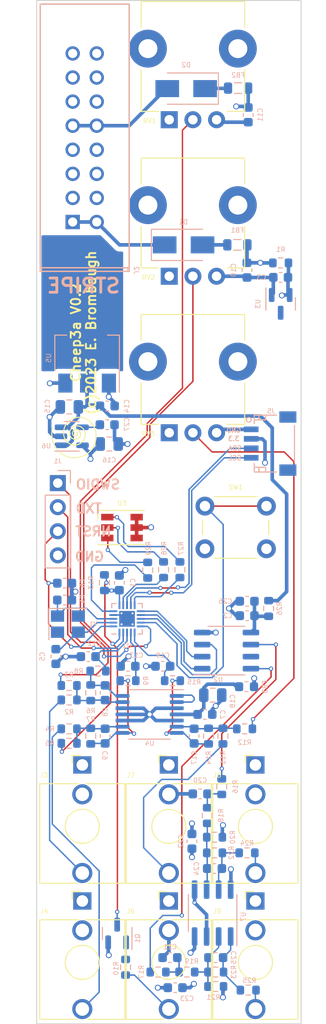
<source format=kicad_pcb>
(kicad_pcb (version 20211014) (generator pcbnew)
  (layers (0 "F.Cu" signal) (1 "In1.Cu" signal) (2 "In2.Cu" signal) (31 "B.Cu" signal) (34 "B.Paste" user) (35 "F.Paste" user) (36 "B.SilkS" user "B.Silkscreen") (37 "F.SilkS" user "F.Silkscreen") (38 "B.Mask" user) (39 "F.Mask" user) (44 "Edge.Cuts" user))
  (net 0 "")
  (net 1 "+3.3V")
  (net 2 "GND")
  (net 3 "Net-(C2-Pad1)")
  (net 4 "-5VA")
  (net 5 "/OSCO")
  (net 6 "/OSCI")
  (net 7 "/NRST")
  (net 8 "+3.3VA")
  (net 9 "Net-(C8-Pad1)")
  (net 10 "Net-(C8-Pad2)")
  (net 11 "Net-(C9-Pad1)")
  (net 12 "Net-(C9-Pad2)")
  (net 13 "-12V")
  (net 14 "+12V")
  (net 15 "/CV1")
  (net 16 "/CV2")
  (net 17 "+5V")
  (net 18 "Net-(C17-Pad1)")
  (net 19 "Net-(C17-Pad2)")
  (net 20 "/CV3")
  (net 21 "Net-(C20-Pad1)")
  (net 22 "Net-(C21-Pad1)")
  (net 23 "Net-(C24-Pad1)")
  (net 24 "Net-(C24-Pad2)")
  (net 25 "Net-(C25-Pad1)")
  (net 26 "Net-(C25-Pad2)")
  (net 27 "Net-(D1-Pad1)")
  (net 28 "Net-(D1-Pad2)")
  (net 29 "Net-(D2-Pad1)")
  (net 30 "Net-(D2-Pad2)")
  (net 31 "/SWDIO")
  (net 32 "/TXD")
  (net 39 "Net-(J3-PadT)")
  (net 40 "Net-(J4-PadT)")
  (net 41 "/PD0")
  (net 42 "/PC0")
  (net 43 "Net-(J6-PadT)")
  (net 44 "Net-(J7-PadT)")
  (net 46 "Net-(J8-PadT)")
  (net 48 "Net-(J9-PadT)")
  (net 49 "Net-(Q1-Pad1)")
  (net 50 "/SYNC")
  (net 51 "Net-(R3-Pad2)")
  (net 52 "Net-(R5-Pad2)")
  (net 53 "Net-(R12-Pad2)")
  (net 54 "/OUT_L")
  (net 55 "/OUT_R")
  (net 56 "Net-(C27-Pad1)")
  (net 58 "Net-(U4-Pad1)")
  (net 59 "Net-(D3-Pad1)")
  (net 60 "Net-(D3-Pad2)")
  (net 61 "Net-(D3-Pad3)")
  (net 62 "/PC3")
  (net 63 "/SDA")
  (net 64 "/SCL")
  (net 65 "Net-(U1-Pad11)")
  (net 66 "Net-(U1-Pad12)")
  (net 67 "Net-(U1-Pad13)")
  (net 68 "Net-(SW1-Pad1)")
  (footprint "Button_Switch_THT:SW_PUSH_6mm" (layer "F.Cu") (at 119.38 97.79)
    (fp_text reference "SW1")
    (fp_text value "SW_Push")
  )
  (footprint "emeb_library:Jack_3.5mm_QingPu_WQP-PJ398SM_Vertical_CircularHoles" (layer "F.Cu") (at 115.57 131.572)
    (fp_text reference "J7")
    (fp_text value "AudioJack2_SwitchT")
  )
  (footprint "LED_SMD:LED_RGB_PLCC-6" (layer "F.Cu") (at 110.617 100.0506)
    (fp_text reference "D3")
    (fp_text value "CLX6F-FKC")
  )
  (footprint "emeb_library:Jack_3.5mm_QingPu_WQP-PJ398SM_Vertical_CircularHoles" (layer "F.Cu") (at 124.714 145.923)
    (fp_text reference "J9")
    (fp_text value "AudioJack2_SwitchT")
  )
  (footprint "emeb_library:Potentiometer_TT_P0915N" (layer "F.Cu") (at 118.11 66.04)
    (fp_text reference "RV2")
    (fp_text value "10k")
  )
  (footprint "emeb_library:Potentiometer_TT_P0915N" (layer "F.Cu") (at 118.11 49.53)
    (fp_text reference "RV1")
    (fp_text value "10k")
  )
  (footprint "emeb_library:Jack_3.5mm_QingPu_WQP-PJ398SM_Vertical_CircularHoles" (layer "F.Cu") (at 124.714 131.572)
    (fp_text reference "J8")
    (fp_text value "AudioJack2_SwitchT")
  )
  (footprint "emeb_library:Jack_3.5mm_QingPu_WQP-PJ398SM_Vertical_CircularHoles" (layer "F.Cu") (at 106.426 145.923)
    (fp_text reference "J4")
    (fp_text value "AudioJack2_SwitchT")
  )
  (footprint "emeb_library:Jack_3.5mm_QingPu_WQP-PJ398SM_Vertical_CircularHoles" (layer "F.Cu") (at 106.426 131.572)
    (fp_text reference "J3")
    (fp_text value "AudioJack2_SwitchT")
  )
  (footprint "emeb_library:avatar_small" (layer "F.Cu") (at 106.488757 89.584829 90)
    (fp_text reference "Ref**" hide)
    (fp_text value "Val**" hide)
  )
  (footprint "emeb_library:Jack_3.5mm_QingPu_WQP-PJ398SM_Vertical_CircularHoles" (layer "F.Cu") (at 115.57 145.923)
    (fp_text reference "J6")
    (fp_text value "AudioJack2_SwitchT")
  )
  (footprint "emeb_library:Potentiometer_TT_P0915N" (layer "F.Cu") (at 118.11 82.55)
    (fp_text reference "RV3")
    (fp_text value "10k")
  )
  (footprint "Package_TO_SOT_SMD:SOT-223-3_TabPin2" (layer "B.Cu") (at 106.934 81.661 90)
    (fp_text reference "U5")
    (fp_text value "ME6118A50B3G")
  )
  (footprint "Capacitor_SMD:C_0603_1608Metric" (layer "B.Cu") (at 107.048 113.665 180)
    (fp_text reference "C12")
    (fp_text value "0.1uf")
  )
  (footprint "Capacitor_SMD:C_0603_1608Metric" (layer "B.Cu") (at 123.838 107.823 180)
    (fp_text reference "C26")
    (fp_text value "1uf")
  )
  (footprint "Resistor_SMD:R_0603_1608Metric" (layer "B.Cu") (at 116.7384 104.4956 -90)
    (fp_text reference "R27")
    (fp_text value "1k")
  )
  (footprint "Resistor_SMD:R_0603_1608Metric" (layer "B.Cu") (at 105.029 122.809 180)
    (fp_text reference "R5")
    (fp_text value "49.9k")
  )
  (footprint "Resistor_SMD:R_0603_1608Metric" (layer "B.Cu") (at 108.077 115.189 180)
    (fp_text reference "R8")
    (fp_text value "180")
  )
  (footprint "emeb_library:con16_2X8_S4_TEC" (layer "B.Cu") (at 105.41 67.818 90)
    (fp_text reference "J2")
    (fp_text value "Conn_02x08_Odd_Even")
  )
  (footprint "Resistor_SMD:R_0603_1608Metric" (layer "B.Cu") (at 120.396 134.366 180)
    (fp_text reference "R22")
    (fp_text value "100k")
  )
  (footprint "Resistor_SMD:R_0603_1608Metric" (layer "B.Cu") (at 123.571 121.285)
    (fp_text reference "R12")
    (fp_text value "49.9k")
  )
  (footprint "Resistor_SMD:R_0603_1608Metric" (layer "B.Cu") (at 114.427 146.939 180)
    (fp_text reference "R17")
    (fp_text value "12.5k")
  )
  (footprint "emeb_library:JST_SH_SM04B-SRSS-TB_04x1.00mm_Angled" (layer "B.Cu") (at 126.2055 91.192 -90)
    (fp_text reference "J5")
    (fp_text value "JST SH-4 (Qwiic)")
  )
  (footprint "Diode_SMD:D_SMA" (layer "B.Cu") (at 117.126 70.231)
    (fp_text reference "D1")
    (fp_text value "SS14")
  )
  (footprint "Capacitor_SMD:C_0603_1608Metric" (layer "B.Cu") (at 118.237 122.047 90)
    (fp_text reference "C17")
    (fp_text value "330pf")
  )
  (footprint "Package_DFN_QFN:QFN-20-1EP_3x3mm_P0.4mm_EP1.65x1.65mm_ThermalVias" (layer "B.Cu") (at 111.1504 109.6772)
    (fp_text reference "U1")
    (fp_text value "CH32V003F4U6")
  )
  (footprint "Capacitor_SMD:C_0805_2012Metric" (layer "B.Cu") (at 120.208 117.729)
    (fp_text reference "C18")
    (fp_text value "10uf")
  )
  (footprint "Capacitor_SMD:C_0603_1608Metric" (layer "B.Cu") (at 115.684 145.415 180)
    (fp_text reference "C21")
    (fp_text value "3.3nf")
  )
  (footprint "Package_TO_SOT_SMD:SOT-23" (layer "B.Cu") (at 127.381 76.454 -90)
    (fp_text reference "U3")
    (fp_text value "LM4040C50FTA")
  )
  (footprint "Package_TO_SOT_SMD:SOT-23" (layer "B.Cu") (at 110.109 142.875 90)
    (fp_text reference "Q1")
    (fp_text value "MMBT3904")
  )
  (footprint "Resistor_SMD:R_0603_1608Metric" (layer "B.Cu") (at 123.825 134.366 180)
    (fp_text reference "R24")
    (fp_text value "100")
  )
  (footprint "Resistor_SMD:R_0603_1608Metric" (layer "B.Cu") (at 107.315 122.047 90)
    (fp_text reference "R7")
    (fp_text value "33k")
  )
  (footprint "Capacitor_SMD:C_0603_1608Metric" (layer "B.Cu") (at 108.839 122.047 90)
    (fp_text reference "C9")
    (fp_text value "330pf")
  )
  (footprint "Inductor_SMD:L_0805_2012Metric" (layer "B.Cu") (at 122.809 70.231 180)
    (fp_text reference "FB1")
    (fp_text value "GZ2012D601TF")
  )
  (footprint "Resistor_SMD:R_0603_1608Metric" (layer "B.Cu") (at 119.634 130.429 90)
    (fp_text reference "R18")
    (fp_text value "12.5k")
  )
  (footprint "Capacitor_SMD:C_0603_1608Metric" (layer "B.Cu") (at 103.632 113.652 -90)
    (fp_text reference "C5")
    (fp_text value "27pf")
  )
  (footprint "Connector_PinHeader_2.54mm:PinHeader_1x04_P2.54mm_Vertical" (layer "B.Cu") (at 103.8352 95.3616 180)
    (fp_text reference "J1")
    (fp_text value "PROGRAM")
  )
  (footprint "Package_SO:TSSOP-14_4.4x5mm_P0.65mm" (layer "B.Cu") (at 113.538 119.761 180)
    (fp_text reference "U4")
    (fp_text value "MCP6004-I/ST")
  )
  (footprint "Capacitor_SMD:C_0603_1608Metric" (layer "B.Cu") (at 127.381 73.66 180)
    (fp_text reference "C3")
    (fp_text value "0.1uf")
  )
  (footprint "Capacitor_SMD:C_0603_1608Metric" (layer "B.Cu") (at 123.838 109.347 180)
    (fp_text reference "C2")
    (fp_text value "0.1uf")
  )
  (footprint "Resistor_SMD:R_0603_1608Metric" (layer "B.Cu") (at 120.523 146.939 180)
    (fp_text reference "R23")
    (fp_text value "100k")
  )
  (footprint "Resistor_SMD:R_0603_1608Metric" (layer "B.Cu") (at 121.285 122.047 -90)
    (fp_text reference "R11")
    (fp_text value "100k")
  )
  (footprint "Capacitor_SMD:C_0805_2012Metric" (layer "B.Cu") (at 105.0544 87.3252 180)
    (fp_text reference "C15")
    (fp_text value "10uf")
  )
  (footprint "Resistor_SMD:R_0603_1608Metric" (layer "B.Cu") (at 127.381 72.136 180)
    (fp_text reference "R1")
    (fp_text value "1.5k")
  )
  (footprint "Inductor_SMD:L_0603_1608Metric" (layer "B.Cu") (at 123.7785 116.84)
    (fp_text reference "FB3")
    (fp_text value "GZ1608D222TF")
  )
  (footprint "Capacitor_SMD:C_0603_1608Metric" (layer "B.Cu") (at 118.872 128.143 180)
    (fp_text reference "C20")
    (fp_text value "3.3nf")
  )
  (footprint "Resistor_SMD:R_0603_1608Metric" (layer "B.Cu") (at 117.475 146.939 180)
    (fp_text reference "R19")
    (fp_text value "12.5k")
  )
  (footprint "Resistor_SMD:R_0603_1608Metric" (layer "B.Cu") (at 108.7628 105.8672 -90)
    (fp_text reference "R13")
    (fp_text value "10k")
  )
  (footprint "Capacitor_SMD:C_0603_1608Metric" (layer "B.Cu") (at 120.523 145.415)
    (fp_text reference "C25")
    (fp_text value "160pf")
  )
  (footprint "Capacitor_SMD:C_0603_1608Metric" (layer "B.Cu") (at 123.952 56.515 -90)
    (fp_text reference "C11")
    (fp_text value "1uf")
  )
  (footprint "Crystal:Crystal_SMD_3225-4Pin_3.2x2.5mm" (layer "B.Cu") (at 104.902 110.236)
    (fp_text reference "Y1")
    (fp_text value "SX32Y024000BK1T")
  )
  (footprint "Capacitor_SMD:C_0603_1608Metric" (layer "B.Cu") (at 116.2304 148.59)
    (fp_text reference "C23")
    (fp_text value "0.1uf")
  )
  (footprint "Package_TO_SOT_SMD:SOT-23-5" (layer "B.Cu") (at 105.3084 90.424)
    (fp_text reference "U6")
    (fp_text value "BCT2028EUK33")
  )
  (footprint "Resistor_SMD:R_0603_1608Metric" (layer "B.Cu") (at 121.158 127.381 90)
    (fp_text reference "R16")
    (fp_text value "12.5k")
  )
  (footprint "Resistor_SMD:R_0603_1608Metric" (layer "B.Cu") (at 115.0112 104.4956 -90)
    (fp_text reference "R28")
    (fp_text value "1k")
  )
  (footprint "Capacitor_SMD:C_0805_2012Metric" (layer "B.Cu") (at 109.2708 91.2368)
    (fp_text reference "C16")
    (fp_text value "10uf")
  )
  (footprint "Resistor_SMD:R_0603_1608Metric" (layer "B.Cu") (at 120.396 132.715)
    (fp_text reference "R20")
    (fp_text value "50k")
  )
  (footprint "Capacitor_SMD:C_0603_1608Metric" (layer "B.Cu") (at 109.0676 87.2236)
    (fp_text reference "C14")
    (fp_text value "1uf")
  )
  (footprint "Resistor_SMD:R_0603_1608Metric" (layer "B.Cu") (at 105.029 121.285 180)
    (fp_text reference "R4")
    (fp_text value "100k")
  )
  (footprint "Capacitor_SMD:C_0603_1608Metric" (layer "B.Cu") (at 109.0546 89.2048)
    (fp_text reference "C27")
    (fp_text value "10nf")
  )
  (footprint "Capacitor_SMD:C_0603_1608Metric" (layer "B.Cu") (at 111.252 114.681 180)
    (fp_text reference "C13")
    (fp_text value "0.1uf")
  )
  (footprint "Resistor_SMD:R_0603_1608Metric" (layer "B.Cu") (at 107.315 117.475 -90)
    (fp_text reference "R6")
    (fp_text value "33k")
  )
  (footprint "Capacitor_SMD:C_0603_1608Metric" (layer "B.Cu") (at 118.0084 133.1468 90)
    (fp_text reference "C22")
    (fp_text value "0.1uf")
  )
  (footprint "Resistor_SMD:R_0603_1608Metric" (layer "B.Cu") (at 115.951 116.205)
    (fp_text reference "R15")
    (fp_text value "180")
  )
  (footprint "Capacitor_SMD:C_0603_1608Metric" (layer "B.Cu") (at 104.5594 107.696)
    (fp_text reference "C4")
    (fp_text value "27pf")
  )
  (footprint "Resistor_SMD:R_0603_1608Metric" (layer "B.Cu") (at 113.3348 104.5464 -90)
    (fp_text reference "R29")
    (fp_text value "1k")
  )
  (footprint "Capacitor_SMD:C_0603_1608Metric" (layer "B.Cu") (at 119.38 119.761)
    (fp_text reference "C7")
    (fp_text value "0.1uf")
  )
  (footprint "Diode_SMD:D_SMA" (layer "B.Cu") (at 117.3988 53.7464 180)
    (fp_text reference "D2")
    (fp_text value "SS14")
  )
  (footprint "Resistor_SMD:R_0603_1608Metric" (layer "B.Cu") (at 105.029 118.237 180)
    (fp_text reference "R2")
    (fp_text value "100k")
  )
  (footprint "Capacitor_SMD:C_0603_1608Metric" (layer "B.Cu") (at 104.5594 105.918)
    (fp_text reference "C6")
    (fp_text value "0.1uf")
  )
  (footprint "Package_SO:SOIC-8_3.9x4.9mm_P1.27mm" (layer "B.Cu") (at 120.1928 140.716 90)
    (fp_text reference "U7")
    (fp_text value "TL072CDT")
  )
  (footprint "Resistor_SMD:R_0603_1608Metric" (layer "B.Cu") (at 123.952 148.844 180)
    (fp_text reference "R25")
    (fp_text value "100")
  )
  (footprint "Capacitor_SMD:C_0603_1608Metric" (layer "B.Cu") (at 123.825 72.898 -90)
    (fp_text reference "C10")
    (fp_text value "1uf")
  )
  (footprint "Capacitor_SMD:C_0603_1608Metric" (layer "B.Cu") (at 114.935 114.681 180)
    (fp_text reference "C19")
    (fp_text value "0.1uf")
  )
  (footprint "Inductor_SMD:L_0805_2012Metric" (layer "B.Cu") (at 122.8852 53.6956)
    (fp_text reference "FB2")
    (fp_text value "GZ2012D601TF")
  )
  (footprint "Capacitor_SMD:C_0603_1608Metric" (layer "B.Cu") (at 110.3376 105.8802 90)
    (fp_text reference "C1")
    (fp_text value "0.1uf")
  )
  (footprint "Resistor_SMD:R_0603_1608Metric" (layer "B.Cu") (at 119.761 122.047 90)
    (fp_text reference "R14")
    (fp_text value "33k")
  )
  (footprint "Resistor_SMD:R_0603_1608Metric" (layer "B.Cu") (at 120.523 148.463)
    (fp_text reference "R21")
    (fp_text value "50k")
  )
  (footprint "Capacitor_SMD:C_0603_1608Metric" (layer "B.Cu") (at 120.396 136.017)
    (fp_text reference "C24")
    (fp_text value "160pf")
  )
  (footprint "Resistor_SMD:R_0603_1608Metric" (layer "B.Cu") (at 110.998 146.431 -90)
    (fp_text reference "R10")
    (fp_text value "100k")
  )
  (footprint "Capacitor_SMD:C_0603_1608Metric" (layer "B.Cu") (at 108.839 117.475 -90)
    (fp_text reference "C8")
    (fp_text value "330pf")
  )
  (footprint "Package_SO:SO-8_3.9x4.9mm_P1.27mm" (layer "B.Cu") (at 121.666 113.03)
    (fp_text reference "U2")
    (fp_text value "PT8211-S")
  )
  (footprint "Resistor_SMD:R_0603_1608Metric" (layer "B.Cu") (at 126.111 108.585 -90)
    (fp_text reference "R26")
    (fp_text value "10")
  )
  (footprint "Resistor_SMD:R_0603_1608Metric" (layer "B.Cu") (at 111.252 116.205 180)
    (fp_text reference "R9")
    (fp_text value "180")
  )
  (footprint "Resistor_SMD:R_0603_1608Metric" (layer "B.Cu") (at 105.029 116.713 180)
    (fp_text reference "R3")
    (fp_text value "49.9k")
  )
  (gr_rect (start 101.6 152.4) (end 129.54 44.45) (layer "Edge.Cuts") (width 0.1) (fill none))
  (gr_text "STRIPE\n" (at 106.553 74.549) (layer "B.SilkS") (effects (font (size 1.5 1.5) (thickness 0.3)) (justify mirror)))
  (gr_text "SCL" (at 122.555 92.71) (layer "B.SilkS") (effects (font (size 0.5 0.5) (thickness 0.1)) (justify mirror)))
  (gr_text "GND" (at 122.428 89.789) (layer "B.SilkS") (effects (font (size 0.5 0.5) (thickness 0.1)) (justify mirror)))
  (gr_text "SWDIO" (at 108.077 95.504) (layer "B.SilkS") (effects (font (size 1 1) (thickness 0.2)) (justify mirror)))
  (gr_text "NRST" (at 109.601 100.457) (layer "B.SilkS") (effects (font (size 1 1) (thickness 0.2)) (justify left mirror)))
  (gr_text "GND" (at 108.839 103.124) (layer "B.SilkS") (effects (font (size 1 1) (thickness 0.2)) (justify left mirror)))
  (gr_text "SDA" (at 122.555 91.694) (layer "B.SilkS") (effects (font (size 0.5 0.5) (thickness 0.1)) (justify mirror)))
  (gr_text "3.3" (at 122.428 90.678) (layer "B.SilkS") (effects (font (size 0.5 0.5) (thickness 0.1)) (justify mirror)))
  (gr_text "TXD" (at 108.585 98.044) (layer "B.SilkS") (effects (font (size 1 1) (thickness 0.2)) (justify left mirror)))
  (gr_text "Cheep3a V0.2\n(c)2023 E. Brombaugh" (at 106.553 79.502 90) (layer "F.SilkS") (effects (font (size 1 1) (thickness 0.2))))
  (segment (start 113.665 100.0506) (end 113.6904 100.0252) (width 0.381) (layer "F.Cu") (net 1))
  (segment (start 112.167 100.0506) (end 112.167 101.1506) (width 0.381) (layer "F.Cu") (net 1))
  (segment (start 112.167 100.0506) (end 113.665 100.0506) (width 0.381) (layer "F.Cu") (net 1))
  (segment (start 112.167 98.9506) (end 112.167 100.0506) (width 0.381) (layer "F.Cu") (net 1))
  (via (at 125.73 93.218) (size 0.635) (drill 0.4318) (layers "F.Cu" "B.Cu") (net 1))
  (via (at 109.5126 106.6922) (size 0.4572) (drill 0.254) (layers "F.Cu" "B.Cu") (net 1))
  (via (at 124.587 115.951) (size 0.635) (drill 0.4318) (layers "F.Cu" "B.Cu") (net 1))
  (via (at 113.6904 100.0252) (size 0.635) (drill 0.4318) (layers "F.Cu" "B.Cu") (net 1))
  (via (at 107.2896 92.8116) (size 0.635) (drill 0.4318) (layers "F.Cu" "B.Cu") (net 1))
  (segment (start 110.3006 106.6922) (end 110.3376 106.6552) (width 0.381) (layer "B.Cu") (net 1))
  (segment (start 108.3208 91.2368) (end 107.2896 92.268) (width 0.381) (layer "B.Cu") (net 1))
  (segment (start 110.3504 106.668) (end 110.3376 106.6552) (width 0.1524) (layer "B.Cu") (net 1))
  (segment (start 124.587 116.819) (end 124.587 115.951) (width 0.381) (layer "B.Cu") (net 1))
  (segment (start 106.4459 91.4243) (end 107.2896 92.268) (width 0.381) (layer "B.Cu") (net 1))
  (segment (start 124.566 116.84) (end 124.587 116.819) (width 0.381) (layer "B.Cu") (net 1))
  (segment (start 110.3504 108.2272) (end 110.3504 106.668) (width 0.1524) (layer "B.Cu") (net 1))
  (segment (start 125.73 90.998) (end 125.73 93.218) (width 0.381) (layer "B.Cu") (net 1))
  (segment (start 124.268 90.692) (end 125.424 90.692) (width 0.381) (layer "B.Cu") (net 1))
  (segment (start 107.2896 92.268) (end 107.2896 92.8116) (width 0.381) (layer "B.Cu") (net 1))
  (segment (start 109.5126 106.6922) (end 110.3006 106.6922) (width 0.381) (layer "B.Cu") (net 1))
  (segment (start 106.4459 91.374) (end 106.4459 91.4243) (width 0.381) (layer "B.Cu") (net 1))
  (segment (start 108.7628 106.6922) (end 109.5126 106.6922) (width 0.381) (layer "B.Cu") (net 1))
  (segment (start 125.424 90.692) (end 125.73 90.998) (width 0.381) (layer "B.Cu") (net 1))
  (via (at 105.7026 106.807) (size 0.635) (drill 0.4318) (layers "F.Cu" "B.Cu") (net 2))
  (via (at 102.9716 88.392) (size 0.635) (drill 0.4318) (layers "F.Cu" "B.Cu") (net 2))
  (via (at 109.22 86.2584) (size 0.635) (drill 0.4318) (layers "F.Cu" "B.Cu") (net 2))
  (via (at 118.0084 131.2672) (size 0.635) (drill 0.4318) (layers "F.Cu" "B.Cu") (net 2))
  (via (at 121.92 108.585) (size 0.635) (drill 0.4318) (layers "F.Cu" "B.Cu") (net 2))
  (via (at 114.4016 148.59) (size 0.635) (drill 0.4318) (layers "F.Cu" "B.Cu") (net 2))
  (via (at 120.523 118.872) (size 0.635) (drill 0.4318) (layers "F.Cu" "B.Cu") (net 2))
  (via (at 113.157 114.681) (size 0.635) (drill 0.4318) (layers "F.Cu" "B.Cu") (net 2))
  (via (at 118.2878 139.6238) (size 0.4572) (drill 0.254) (layers "F.Cu" "B.Cu") (net 2))
  (via (at 109.22 145.161) (size 0.635) (drill 0.4318) (layers "F.Cu" "B.Cu") (net 2))
  (via (at 110.975026 104.520502) (size 0.635) (drill 0.4318) (layers "F.Cu" "B.Cu") (net 2))
  (via (at 113.538 119.761) (size 0.635) (drill 0.4318) (layers "F.Cu" "B.Cu") (net 2))
  (via (at 111.2012 91.2368) (size 0.635) (drill 0.4318) (layers "F.Cu" "B.Cu") (net 2))
  (via (at 111.3028 113.6396) (size 0.635) (drill 0.4318) (layers "F.Cu" "B.Cu") (net 2))
  (via (at 120.523 111.125) (size 0.635) (drill 0.4318) (layers "F.Cu" "B.Cu") (net 2))
  (via (at 104.6734 113.665) (size 0.635) (drill 0.4318) (layers "F.Cu" "B.Cu") (net 2))
  (segment (start 119.091 111.125) (end 120.523 111.125) (width 0.381) (layer "B.Cu") (net 2))
  (segment (start 122.682 107.823) (end 121.92 108.585) (width 0.381) (layer "B.Cu") (net 2))
  (segment (start 126.593 73.673) (end 126.606 73.66) (width 0.381) (layer "B.Cu") (net 2))
  (segment (start 103.632 114.427) (end 104.394 113.665) (width 0.381) (layer "B.Cu") (net 2))
  (segment (start 118.2878 139.6238) (end 119.5578 140.8938) (width 0.381) (layer "B.Cu") (net 2))
  (segment (start 110.922298 104.520502) (end 110.975026 104.520502) (width 0.381) (layer "B.Cu") (net 2))
  (segment (start 109.8426 86.881) (end 109.22 86.2584) (width 0.381) (layer "B.Cu") (net 2))
  (segment (start 109.159 145.1) (end 109.22 145.161) (width 0.381) (layer "B.Cu") (net 2))
  (segment (start 109.234 84.811) (end 109.234 86.2444) (width 0.381) (layer "B.Cu") (net 2))
  (segment (start 110.6755 120.411) (end 112.888 120.411) (width 0.381) (layer "B.Cu") (net 2))
  (segment (start 116.4005 120.411) (end 114.188 120.411) (width 0.381) (layer "B.Cu") (net 2))
  (segment (start 110.6755 119.761) (end 113.538 119.761) (width 0.381) (layer "B.Cu") (net 2))
  (segment (start 109.234 86.2444) (end 109.22 86.2584) (width 0.381) (layer "B.Cu") (net 2))
  (segment (start 110.6755 119.111) (end 112.888 119.111) (width 0.381) (layer "B.Cu") (net 2))
  (segment (start 114.188 119.111) (end 113.538 119.761) (width 0.381) (layer "B.Cu") (net 2))
  (segment (start 115.57 142.5938) (end 115.57 144.754) (width 0.381) (layer "B.Cu") (net 2))
  (segment (start 104.394 113.665) (end 106.273 113.665) (width 0.381) (layer "B.Cu") (net 2))
  (segment (start 126.606 75.3415) (end 126.431 75.5165) (width 0.381) (layer "B.Cu") (net 2))
  (segment (start 109.8296 90.8456) (end 110.2208 91.2368) (width 0.381) (layer "B.Cu") (net 2))
  (segment (start 105.3344 107.0096) (end 105.537 106.807) (width 0.381) (layer "B.Cu") (net 2))
  (segment (start 118.0084 132.3718) (end 118.0084 131.2672) (width 0.381) (layer "B.Cu") (net 2))
  (segment (start 115.4554 148.59) (end 114.4016 148.59) (width 0.381) (layer "B.Cu") (net 2))
  (segment (start 126.606 73.66) (end 126.606 75.3415) (width 0.381) (layer "B.Cu") (net 2))
  (segment (start 104.1044 87.3252) (end 104.0384 87.3252) (width 0.381) (layer "B.Cu") (net 2))
  (segment (start 104.0384 87.3252) (end 102.9716 88.392) (width 0.381) (layer "B.Cu") (net 2))
  (segment (start 109.8426 87.2236) (end 109.8426 86.881) (width 0.381) (layer "B.Cu") (net 2))
  (segment (start 115.619 128.143) (end 115.57 128.192) (width 0.381) (layer "B.Cu") (net 2))
  (segment (start 118.2878 138.241) (end 118.2878 139.6238) (width 0.381) (layer "B.Cu") (net 2))
  (segment (start 103.4288 90.424) (end 102.9716 89.9668) (width 0.381) (layer "B.Cu") (net 2))
  (segment (start 121.158 117.729) (end 121.158 118.237) (width 0.381) (layer "B.Cu") (net 2))
  (segment (start 114.188 120.411) (end 113.538 119.761) (width 0.381) (layer "B.Cu") (net 2))
  (segment (start 110.477 114.681) (end 110.477 114.4654) (width 0.381) (layer "B.Cu") (net 2))
  (segment (start 114.16 114.681) (end 113.157 114.681) (width 0.381) (layer "B.Cu") (net 2))
  (segment (start 110.2208 91.2368) (end 111.2012 91.2368) (width 0.381) (layer "B.Cu") (net 2))
  (segment (start 102.9716 89.9668) (end 102.9716 88.392) (width 0.381) (layer "B.Cu") (net 2))
  (segment (start 105.3344 107.696) (end 105.3344 107.0096) (width 0.381) (layer "B.Cu") (net 2))
  (segment (start 123.692 73.54) (end 123.825 73.673) (width 0.381) (layer "B.Cu") (net 2))
  (segment (start 112.888 119.111) (end 113.538 119.761) (width 0.381) (layer "B.Cu") (net 2))
  (segment (start 123.825 73.673) (end 126.593 73.673) (width 0.381) (layer "B.Cu") (net 2))
  (segment (start 120.155 119.761) (end 120.155 119.24) (width 0.381) (layer "B.Cu") (net 2))
  (segment (start 122.682 109.347) (end 121.92 108.585) (width 0.381) (layer "B.Cu") (net 2))
  (segment (start 124.268 89.692) (end 120.968 89.692) (width 0.381) (layer "B.Cu") (net 2))
  (segment (start 110.477 114.4654) (end 111.3028 113.6396) (width 0.381) (layer "B.Cu") (net 2))
  (segment (start 116.4005 119.111) (end 114.188 119.111) (width 0.381) (layer "B.Cu") (net 2))
  (segment (start 109.7004 109.2772) (end 110.4004 109.2772) (width 0.1524) (layer "B.Cu") (net 2))
  (segment (start 123.952 57.29) (end 120.87 57.29) (width 0.381) (layer "B.Cu") (net 2))
  (segment (start 109.159 143.8125) (end 109.159 145.1) (width 0.381) (layer "B.Cu") (net 2))
  (segment (start 105.3344 107.696) (end 105.3344 105.918) (width 0.381) (layer "B.Cu") (net 2))
  (segment (start 112.888 120.411) (end 113.538 119.761) (width 0.381) (layer "B.Cu") (net 2))
  (segment (start 109.8296 89.2048) (end 109.8296 90.8456) (width 0.381) (layer "B.Cu") (net 2))
  (segment (start 120.155 119.24) (end 120.523 118.872) (width 0.381) (layer "B.Cu") (net 2))
  (segment (start 118.097 128.143) (end 115.619 128.143) (width 0.381) (layer "B.Cu") (net 2))
  (segment (start 104.2217 90.424) (end 103.4288 90.424) (width 0.381) (layer "B.Cu") (net 2))
  (segment (start 120.61 73.54) (end 123.692 73.54) (width 0.381) (layer "B.Cu") (net 2))
  (segment (start 123.063 109.347) (end 122.682 109.347) (width 0.381) (layer "B.Cu") (net 2))
  (segment (start 120.968 89.692) (end 120.61 90.05) (width 0.381) (layer "B.Cu") (net 2))
  (segment (start 121.158 118.237) (end 120.523 118.872) (width 0.381) (layer "B.Cu") (net 2))
  (segment (start 120.87 57.29) (end 120.61 57.03) (width 0.381) (layer "B.Cu") (net 2))
  (segment (start 110.4004 109.2772) (end 110.5754 109.1022) (width 0.1524) (layer "B.Cu") (net 2))
  (segment (start 105.537 106.807) (end 105.7026 106.807) (width 0.381) (layer "B.Cu") (net 2))
  (segment (start 123.063 107.823) (end 122.682 107.823) (width 0.381) (layer "B.Cu") (net 2))
  (segment (start 110.3376 105.1052) (end 110.922298 104.520502) (width 0.381) (layer "B.Cu") (net 2))
  (segment (start 115.57 144.754) (end 114.909 145.415) (width 0.381) (layer "B.Cu") (net 2))
  (segment (start 119.5578 140.8938) (end 119.5578 143.191) (width 0.381) (layer "B.Cu") (net 2))
  (segment (start 126.111 109.41) (end 124.676 109.41) (width 0.381) (layer "B.Cu") (net 3))
  (segment (start 124.613 107.823) (end 124.613 109.347) (width 0.381) (layer "B.Cu") (net 3))
  (segment (start 124.676 109.41) (end 124.613 109.347) (width 0.381) (layer "B.Cu") (net 3))
  (segment (start 124.613 110.753) (end 124.241 111.125) (width 0.381) (layer "B.Cu") (net 3))
  (segment (start 124.613 109.347) (end 124.613 110.753) (width 0.381) (layer "B.Cu") (net 3))
  (via (at 127.508 75.565) (size 0.635) (drill 0.4318) (layers "F.Cu" "B.Cu") (net 4))
  (via (at 121.285 131.445) (size 0.635) (drill 0.4318) (layers "F.Cu" "B.Cu") (net 4))
  (via (at 121.285 149.606) (size 0.635) (drill 0.4318) (layers "F.Cu" "B.Cu") (net 4))
  (segment (start 128.331 75.5165) (end 127.5565 75.5165) (width 0.381) (layer "B.Cu") (net 4))
  (segment (start 128.206 72.136) (end 128.206 73.61) (width 0.381) (layer "B.Cu") (net 4))
  (segment (start 121.221 132.715) (end 121.221 131.509) (width 0.381) (layer "B.Cu") (net 4))
  (segment (start 121.221 131.509) (end 121.285 131.445) (width 0.381) (layer "B.Cu") (net 4))
  (segment (start 128.206 73.61) (end 128.156 73.66) (width 0.381) (layer "B.Cu") (net 4))
  (segment (start 128.156 75.3415) (end 128.331 75.5165) (width 0.381) (layer "B.Cu") (net 4))
  (segment (start 127.5565 75.5165) (end 127.508 75.565) (width 0.381) (layer "B.Cu") (net 4))
  (segment (start 128.156 73.66) (end 128.156 75.3415) (width 0.381) (layer "B.Cu") (net 4))
  (segment (start 121.285 148.526) (end 121.348 148.463) (width 0.381) (layer "B.Cu") (net 4))
  (segment (start 121.285 149.606) (end 121.285 148.526) (width 0.381) (layer "B.Cu") (net 4))
  (segment (start 107.9881 109.6772) (end 106.8827 108.5718) (width 0.1524) (layer "B.Cu") (net 5))
  (segment (start 106.8827 108.5718) (end 104.6162 108.5718) (width 0.1524) (layer "B.Cu") (net 5))
  (segment (start 104.6162 108.5718) (end 103.802 109.386) (width 0.1524) (layer "B.Cu") (net 5))
  (segment (start 109.7004 109.6772) (end 107.9881 109.6772) (width 0.1524) (layer "B.Cu") (net 5))
  (segment (start 103.802 109.386) (end 103.802 107.879) (width 0.1524) (layer "B.Cu") (net 5))
  (segment (start 103.802 107.879) (end 103.632 107.709) (width 0.1524) (layer "B.Cu") (net 5))
  (segment (start 107.9818 110.0772) (end 106.973 111.086) (width 0.1524) (layer "B.Cu") (net 6))
  (segment (start 106.973 111.086) (end 106.002 111.086) (width 0.1524) (layer "B.Cu") (net 6))
  (segment (start 104.111 112.877) (end 103.632 112.877) (width 0.1524) (layer "B.Cu") (net 6))
  (segment (start 109.7004 110.0772) (end 107.9818 110.0772) (width 0.1524) (layer "B.Cu") (net 6))
  (segment (start 105.902 111.086) (end 104.111 112.877) (width 0.1524) (layer "B.Cu") (net 6))
  (segment (start 106.002 111.086) (end 105.902 111.086) (width 0.1524) (layer "B.Cu") (net 6))
  (segment (start 102.503099 101.773701) (end 102.503099 105.551097) (width 0.1524) (layer "F.Cu") (net 7))
  (segment (start 102.870001 110.236001) (end 102.870001 105.917999) (width 0.1524) (layer "F.Cu") (net 7))
  (segment (start 105.2576 112.6236) (end 102.870001 110.236001) (width 0.1524) (layer "F.Cu") (net 7))
  (segment (start 102.503099 105.551097) (end 102.870001 105.917999) (width 0.1524) (layer "F.Cu") (net 7))
  (segment (start 103.8352 100.4416) (end 102.503099 101.773701) (width 0.1524) (layer "F.Cu") (net 7))
  (via (at 102.870001 105.917999) (size 0.4572) (drill 0.254) (layers "F.Cu" "B.Cu") (net 7))
  (via (at 105.2576 112.6236) (size 0.4572) (drill 0.254) (layers "F.Cu" "B.Cu") (net 7))
  (segment (start 106.2736 112.6236) (end 105.2576 112.6236) (width 0.1524) (layer "B.Cu") (net 7))
  (segment (start 109.7004 110.4772) (end 108.42 110.4772) (width 0.1524) (layer "B.Cu") (net 7))
  (segment (start 108.42 110.4772) (end 106.2736 112.6236) (width 0.1524) (layer "B.Cu") (net 7))
  (segment (start 103.7844 105.918) (end 102.870001 105.917999) (width 0.1524) (layer "B.Cu") (net 7))
  (segment (start 119.258 119.108) (end 118.605 119.761) (width 0.381) (layer "B.Cu") (net 8))
  (segment (start 122.716 116.84) (end 122.448801 116.572801) (width 0.381) (layer "B.Cu") (net 8))
  (segment (start 116.4005 119.761) (end 118.605 119.761) (width 0.381) (layer "B.Cu") (net 8))
  (segment (start 119.258 116.962) (end 119.258 117.729) (width 0.381) (layer "B.Cu") (net 8))
  (segment (start 122.448801 116.572801) (end 119.647199 116.572801) (width 0.381) (layer "B.Cu") (net 8))
  (segment (start 119.258 117.729) (end 119.258 119.108) (width 0.381) (layer "B.Cu") (net 8))
  (segment (start 119.647199 116.572801) (end 119.258 116.962) (width 0.381) (layer "B.Cu") (net 8))
  (segment (start 110.6755 117.811) (end 109.95 117.811) (width 0.1524) (layer "B.Cu") (net 9))
  (segment (start 107.315 115.252) (end 107.252 115.189) (width 0.1524) (layer "B.Cu") (net 9))
  (segment (start 108.839 116.7) (end 107.365 116.7) (width 0.1524) (layer "B.Cu") (net 9))
  (segment (start 109.95 117.811) (end 108.839 116.7) (width 0.1524) (layer "B.Cu") (net 9))
  (segment (start 107.365 116.7) (end 107.315 116.65) (width 0.1524) (layer "B.Cu") (net 9))
  (segment (start 107.315 116.65) (end 107.315 115.252) (width 0.1524) (layer "B.Cu") (net 9))
  (segment (start 105.917 118.3) (end 105.854 118.237) (width 0.1524) (layer "B.Cu") (net 10))
  (segment (start 107.315 118.3) (end 105.917 118.3) (width 0.1524) (layer "B.Cu") (net 10))
  (segment (start 105.854 116.713) (end 105.854 118.237) (width 0.1524) (layer "B.Cu") (net 10))
  (segment (start 108.839 118.25) (end 107.365 118.25) (width 0.1524) (layer "B.Cu") (net 10))
  (segment (start 110.6755 118.461) (end 109.05 118.461) (width 0.1524) (layer "B.Cu") (net 10))
  (segment (start 107.365 118.25) (end 107.315 118.3) (width 0.1524) (layer "B.Cu") (net 10))
  (segment (start 109.05 118.461) (end 108.839 118.25) (width 0.1524) (layer "B.Cu") (net 10))
  (segment (start 111.252 116.205) (end 111.252 121.158) (width 0.1524) (layer "F.Cu") (net 11))
  (segment (start 111.252 121.158) (end 111.887 121.793) (width 0.1524) (layer "F.Cu") (net 11))
  (via (at 111.887 121.793) (size 0.4572) (drill 0.254) (layers "F.Cu" "B.Cu") (net 11))
  (via (at 111.252 116.205) (size 0.4572) (drill 0.254) (layers "F.Cu" "B.Cu") (net 11))
  (segment (start 109.95 121.711) (end 108.839 122.822) (width 0.1524) (layer "B.Cu") (net 11))
  (segment (start 110.427 116.205) (end 111.252 116.205) (width 0.1524) (layer "B.Cu") (net 11))
  (segment (start 108.839 122.822) (end 107.365 122.822) (width 0.1524) (layer "B.Cu") (net 11))
  (segment (start 110.6755 121.711) (end 109.95 121.711) (width 0.1524) (layer "B.Cu") (net 11))
  (segment (start 111.805 121.711) (end 111.887 121.793) (width 0.1524) (layer "B.Cu") (net 11))
  (segment (start 107.365 122.822) (end 107.315 122.872) (width 0.1524) (layer "B.Cu") (net 11))
  (segment (start 110.6755 121.711) (end 111.805 121.711) (width 0.1524) (layer "B.Cu") (net 11))
  (segment (start 108.839 121.272) (end 107.365 121.272) (width 0.1524) (layer "B.Cu") (net 12))
  (segment (start 105.917 121.222) (end 105.854 121.285) (width 0.1524) (layer "B.Cu") (net 12))
  (segment (start 109.05 121.061) (end 108.839 121.272) (width 0.1524) (layer "B.Cu") (net 12))
  (segment (start 107.315 121.222) (end 105.917 121.222) (width 0.1524) (layer "B.Cu") (net 12))
  (segment (start 105.854 122.809) (end 105.854 121.285) (width 0.1524) (layer "B.Cu") (net 12))
  (segment (start 110.6755 121.061) (end 109.05 121.061) (width 0.1524) (layer "B.Cu") (net 12))
  (segment (start 107.365 121.272) (end 107.315 121.222) (width 0.1524) (layer "B.Cu") (net 12))
  (via (at 125.235 72.123) (size 0.635) (drill 0.4318) (layers "F.Cu" "B.Cu") (net 13))
  (via (at 118.2116 148.1836) (size 0.635) (drill 0.4318) (layers "F.Cu" "B.Cu") (net 13))
  (via (at 117.856 144.907) (size 0.635) (drill 0.4318) (layers "F.Cu" "B.Cu") (net 13))
  (segment (start 117.0054 148.59) (end 117.8052 148.59) (width 0.381) (layer "B.Cu") (net 13))
  (segment (start 118.2878 143.191) (end 118.2878 144.4752) (width 0.381) (layer "B.Cu") (net 13))
  (segment (start 118.2878 144.4752) (end 117.856 144.907) (width 0.381) (layer "B.Cu") (net 13))
  (segment (start 126.556 72.136) (end 125.248 72.136) (width 0.381) (layer "B.Cu") (net 13))
  (segment (start 123.825 70.2775) (end 123.8715 70.231) (width 0.381) (layer "B.Cu") (net 13))
  (segment (start 117.8052 148.59) (end 118.2116 148.1836) (width 0.381) (layer "B.Cu") (net 13))
  (segment (start 123.825 72.123) (end 125.235 72.123) (width 0.381) (layer "B.Cu") (net 13))
  (segment (start 125.248 72.136) (end 125.235 72.123) (width 0.381) (layer "B.Cu") (net 13))
  (segment (start 123.825 72.123) (end 123.825 70.2775) (width 0.381) (layer "B.Cu") (net 13))
  (via (at 122.682 55.626) (size 0.635) (drill 0.4318) (layers "F.Cu" "B.Cu") (net 14))
  (via (at 118.0084 134.8232) (size 0.635) (drill 0.4318) (layers "F.Cu" "B.Cu") (net 14))
  (via (at 122.1232 136.0932) (size 0.635) (drill 0.4318) (layers "F.Cu" "B.Cu") (net 14))
  (via (at 102.997 84.836) (size 0.635) (drill 0.4318) (layers "F.Cu" "B.Cu") (net 14))
  (segment (start 122.682 55.626) (end 123.838 55.626) (width 0.381) (layer "B.Cu") (net 14))
  (segment (start 104.634 84.811) (end 103.022 84.811) (width 0.381) (layer "B.Cu") (net 14))
  (segment (start 123.838 55.626) (end 123.952 55.74) (width 0.381) (layer "B.Cu") (net 14))
  (segment (start 118.0084 133.9218) (end 118.0084 134.8232) (width 0.381) (layer "B.Cu") (net 14))
  (segment (start 122.0978 138.241) (end 122.1232 138.2156) (width 0.381) (layer "B.Cu") (net 14))
  (segment (start 123.952 53.7675) (end 123.9985 53.721) (width 0.381) (layer "B.Cu") (net 14))
  (segment (start 123.952 55.74) (end 123.952 53.7675) (width 0.381) (layer "B.Cu") (net 14))
  (segment (start 122.1232 138.2156) (end 122.1232 136.0932) (width 0.381) (layer "B.Cu") (net 14))
  (segment (start 103.022 84.811) (end 102.997 84.836) (width 0.381) (layer "B.Cu") (net 14))
  (segment (start 110.120475 113.055899) (end 108.432101 113.055899) (width 0.1524) (layer "B.Cu") (net 15))
  (segment (start 111.1504 112.025974) (end 110.120475 113.055899) (width 0.1524) (layer "B.Cu") (net 15))
  (segment (start 111.1504 111.1272) (end 111.1504 112.025974) (width 0.1524) (layer "B.Cu") (net 15))
  (segment (start 108.902 114.744) (end 108.902 115.189) (width 0.1524) (layer "B.Cu") (net 15))
  (segment (start 108.432101 113.055899) (end 107.823 113.665) (width 0.1524) (layer "B.Cu") (net 15))
  (segment (start 107.823 113.665) (end 108.902 114.744) (width 0.1524) (layer "B.Cu") (net 15))
  (segment (start 112.077 116.205) (end 112.077 114.731) (width 0.1524) (layer "B.Cu") (net 16))
  (segment (start 112.027 112.656366) (end 112.027 114.681) (width 0.1524) (layer "B.Cu") (net 16))
  (segment (start 111.5504 111.1272) (end 111.5504 112.179766) (width 0.1524) (layer "B.Cu") (net 16))
  (segment (start 112.077 114.731) (end 112.027 114.681) (width 0.1524) (layer "B.Cu") (net 16))
  (segment (start 111.5504 112.179766) (end 112.027 112.656366) (width 0.1524) (layer "B.Cu") (net 16))
  (segment (start 127.063 107.76) (end 126.111 107.76) (width 0.381) (layer "B.Cu") (net 17))
  (segment (start 128.016 96.52) (end 128.016 106.807) (width 0.381) (layer "B.Cu") (net 17))
  (segment (start 105.3592 89.916) (end 104.9172 89.474) (width 0.381) (layer "B.Cu") (net 17))
  (segment (start 125.2474 88.2904) (end 126.492 89.535) (width 0.381) (layer "B.Cu") (net 17))
  (segment (start 105.3592 90.8812) (end 105.3592 89.916) (width 0.381) (layer "B.Cu") (net 17))
  (segment (start 106.934 87.135) (end 106.921 87.135) (width 0.381) (layer "B.Cu") (net 17))
  (segment (start 106.921 87.135) (end 106.7308 87.3252) (width 0.381) (layer "B.Cu") (net 17))
  (segment (start 108.204 87.135) (end 108.2926 87.2236) (width 0.381) (layer "B.Cu") (net 17))
  (segment (start 106.934 87.135) (end 108.204 87.135) (width 0.381) (layer "B.Cu") (net 17))
  (segment (start 126.492 89.535) (end 126.492 94.996) (width 0.381) (layer "B.Cu") (net 17))
  (segment (start 106.934 84.811) (end 106.934 78.511) (width 0.381) (layer "B.Cu") (net 17))
  (segment (start 126.492 94.996) (end 128.016 96.52) (width 0.381) (layer "B.Cu") (net 17))
  (segment (start 106.0044 88.3868) (end 104.9172 89.474) (width 0.381) (layer "B.Cu") (net 17))
  (segment (start 104.8664 91.374) (end 105.3592 90.8812) (width 0.381) (layer "B.Cu") (net 17))
  (segment (start 109.3594 88.2904) (end 125.2474 88.2904) (width 0.381) (layer "B.Cu") (net 17))
  (segment (start 106.7308 87.3252) (end 106.0044 87.3252) (width 0.381) (layer "B.Cu") (net 17))
  (segment (start 104.2217 91.374) (end 104.8664 91.374) (width 0.381) (layer "B.Cu") (net 17))
  (segment (start 106.0044 87.3252) (end 106.0044 88.3868) (width 0.381) (layer "B.Cu") (net 17))
  (segment (start 104.9172 89.474) (end 104.2217 89.474) (width 0.381) (layer "B.Cu") (net 17))
  (segment (start 108.2926 87.2236) (end 109.3594 88.2904) (width 0.381) (layer "B.Cu") (net 17))
  (segment (start 106.934 84.811) (end 106.934 87.135) (width 0.381) (layer "B.Cu") (net 17))
  (segment (start 128.016 106.807) (end 127.063 107.76) (width 0.381) (layer "B.Cu") (net 17))
  (segment (start 115.951 116.205) (end 115.951 121.158) (width 0.1524) (layer "F.Cu") (net 18))
  (segment (start 115.951 121.158) (end 115.316 121.793) (width 0.1524) (layer "F.Cu") (net 18))
  (via (at 115.316 121.793) (size 0.4572) (drill 0.254) (layers "F.Cu" "B.Cu") (net 18))
  (via (at 115.951 116.205) (size 0.4572) (drill 0.254) (layers "F.Cu" "B.Cu") (net 18))
  (segment (start 116.4005 121.711) (end 115.398 121.711) (width 0.1524) (layer "B.Cu") (net 18))
  (segment (start 115.398 121.711) (end 115.316 121.793) (width 0.1524) (layer "B.Cu") (net 18))
  (segment (start 116.776 116.205) (end 115.951 116.205) (width 0.1524) (layer "B.Cu") (net 18))
  (segment (start 116.4005 121.711) (end 117.126 121.711) (width 0.1524) (layer "B.Cu") (net 18))
  (segment (start 118.287 122.872) (end 119.761 122.872) (width 0.1524) (layer "B.Cu") (net 18))
  (segment (start 118.237 122.822) (end 118.287 122.872) (width 0.1524) (layer "B.Cu") (net 18))
  (segment (start 117.126 121.711) (end 118.237 122.822) (width 0.1524) (layer "B.Cu") (net 18))
  (segment (start 119.711 121.272) (end 119.761 121.222) (width 0.1524) (layer "B.Cu") (net 19))
  (segment (start 116.4005 121.061) (end 118.026 121.061) (width 0.1524) (layer "B.Cu") (net 19))
  (segment (start 118.237 121.272) (end 119.711 121.272) (width 0.1524) (layer "B.Cu") (net 19))
  (segment (start 122.683 121.222) (end 122.746 121.285) (width 0.1524) (layer "B.Cu") (net 19))
  (segment (start 118.026 121.061) (end 118.237 121.272) (width 0.1524) (layer "B.Cu") (net 19))
  (segment (start 121.285 121.222) (end 122.683 121.222) (width 0.1524) (layer "B.Cu") (net 19))
  (segment (start 119.761 121.222) (end 121.285 121.222) (width 0.1524) (layer "B.Cu") (net 19))
  (segment (start 115.71 114.2368) (end 115.71 114.681) (width 0.1524) (layer "B.Cu") (net 20))
  (segment (start 113.3856 113.538) (end 115.0112 113.538) (width 0.1524) (layer "B.Cu") (net 20))
  (segment (start 111.9504 111.1272) (end 111.9504 112.1028) (width 0.1524) (layer "B.Cu") (net 20))
  (segment (start 115.126 115.265) (end 115.71 114.681) (width 0.1524) (layer "B.Cu") (net 20))
  (segment (start 115.126 116.205) (end 115.126 115.265) (width 0.1524) (layer "B.Cu") (net 20))
  (segment (start 115.0112 113.538) (end 115.71 114.2368) (width 0.1524) (layer "B.Cu") (net 20))
  (segment (start 111.9504 112.1028) (end 113.3856 113.538) (width 0.1524) (layer "B.Cu") (net 20))
  (segment (start 119.634 128.156) (end 119.647 128.143) (width 0.1524) (layer "B.Cu") (net 21))
  (segment (start 119.647 128.143) (end 121.095 128.143) (width 0.1524) (layer "B.Cu") (net 21))
  (segment (start 119.634 129.604) (end 119.634 128.156) (width 0.1524) (layer "B.Cu") (net 21))
  (segment (start 121.095 128.143) (end 121.158 128.206) (width 0.1524) (layer "B.Cu") (net 21))
  (segment (start 116.65 145.606) (end 116.459 145.415) (width 0.1524) (layer "B.Cu") (net 22))
  (segment (start 116.65 146.939) (end 115.252 146.939) (width 0.1524) (layer "B.Cu") (net 22))
  (segment (start 116.65 146.939) (end 116.65 145.606) (width 0.1524) (layer "B.Cu") (net 22))
  (segment (start 119.621 136.017) (end 119.621 138.1778) (width 0.1524) (layer "B.Cu") (net 23))
  (segment (start 119.571 132.715) (end 119.571 134.366) (width 0.1524) (layer "B.Cu") (net 23))
  (segment (start 119.634 131.254) (end 119.634 132.652) (width 0.1524) (layer "B.Cu") (net 23))
  (segment (start 119.621 138.1778) (end 119.5578 138.241) (width 0.1524) (layer "B.Cu") (net 23))
  (segment (start 119.621 136.017) (end 119.621 134.416) (width 0.1524) (layer "B.Cu") (net 23))
  (segment (start 119.621 134.416) (end 119.571 134.366) (width 0.1524) (layer "B.Cu") (net 23))
  (segment (start 119.634 132.652) (end 119.571 132.715) (width 0.1524) (layer "B.Cu") (net 23))
  (segment (start 120.8278 136.3602) (end 120.8278 138.241) (width 0.1524) (layer "B.Cu") (net 24))
  (segment (start 121.171 136.017) (end 120.8278 136.3602) (width 0.1524) (layer "B.Cu") (net 24))
  (segment (start 121.171 136.017) (end 121.171 134.416) (width 0.1524) (layer "B.Cu") (net 24))
  (segment (start 121.221 134.366) (end 123 134.366) (width 0.1524) (layer "B.Cu") (net 24))
  (segment (start 121.171 134.416) (end 121.221 134.366) (width 0.1524) (layer "B.Cu") (net 24))
  (segment (start 119.698 146.939) (end 118.3 146.939) (width 0.1524) (layer "B.Cu") (net 25))
  (segment (start 119.698 148.463) (end 119.698 146.939) (width 0.1524) (layer "B.Cu") (net 25))
  (segment (start 119.698 146.939) (end 119.698 145.465) (width 0.1524) (layer "B.Cu") (net 25))
  (segment (start 120.8278 144.3482) (end 119.761 145.415) (width 0.1524) (layer "B.Cu") (net 25))
  (segment (start 120.8278 143.191) (end 120.8278 144.3482) (width 0.1524) (layer "B.Cu") (net 25))
  (segment (start 122.0978 144.6152) (end 121.298 145.415) (width 0.1524) (layer "B.Cu") (net 26))
  (segment (start 121.298 146.889) (end 121.348 146.939) (width 0.1524) (layer "B.Cu") (net 26))
  (segment (start 121.298 145.415) (end 121.298 146.889) (width 0.1524) (layer "B.Cu") (net 26))
  (segment (start 121.348 147.065) (end 123.127 148.844) (width 0.1524) (layer "B.Cu") (net 26))
  (segment (start 121.348 146.939) (end 121.348 147.065) (width 0.1524) (layer "B.Cu") (net 26))
  (segment (start 122.0978 143.191) (end 122.0978 144.6152) (width 0.1524) (layer "B.Cu") (net 26))
  (segment (start 107.95 67.818) (end 110.363 70.231) (width 0.381) (layer "B.Cu") (net 27))
  (segment (start 110.363 70.231) (end 115.126 70.231) (width 0.381) (layer "B.Cu") (net 27))
  (segment (start 105.41 67.818) (end 107.95 67.818) (width 0.381) (layer "B.Cu") (net 27))
  (segment (start 119.126 70.231) (end 121.7465 70.231) (width 0.381) (layer "B.Cu") (net 28))
  (segment (start 119.316 53.721) (end 121.8735 53.721) (width 0.381) (layer "B.Cu") (net 29))
  (segment (start 111.379 57.658) (end 115.316 53.721) (width 0.381) (layer "B.Cu") (net 30))
  (segment (start 105.41 57.658) (end 107.95 57.658) (width 0.381) (layer "B.Cu") (net 30))
  (segment (start 107.95 57.658) (end 111.379 57.658) (width 0.381) (layer "B.Cu") (net 30))
  (segment (start 103.8352 95.3616) (end 105.1678 96.6942) (width 0.1524) (layer "F.Cu") (net 31))
  (segment (start 105.1678 96.6942) (end 105.1678 111.0606) (width 0.1524) (layer "F.Cu") (net 31))
  (segment (start 105.1678 111.0606) (end 106.268112 112.160912) (width 0.1524) (layer "F.Cu") (net 31))
  (segment (start 106.268112 112.160912) (end 107.925099 112.160912) (width 0.1524) (layer "F.Cu") (net 31))
  (segment (start 113.1316 112.5728) (end 111.4552 112.5728) (width 0.1524) (layer "F.Cu") (net 31))
  (segment (start 111.4552 112.5728) (end 111.0742 112.9538) (width 0.1524) (layer "F.Cu") (net 31))
  (segment (start 108.712999 112.948812) (end 108.712999 113.6396) (width 0.1524) (layer "F.Cu") (net 31))
  (segment (start 107.925099 112.160912) (end 108.712999 112.948812) (width 0.1524) (layer "F.Cu") (net 31))
  (via (at 111.0742 112.9538) (size 0.4572) (drill 0.254) (layers "F.Cu" "B.Cu") (net 31))
  (via (at 113.1316 112.5728) (size 0.4572) (drill 0.254) (layers "F.Cu" "B.Cu") (net 31))
  (via (at 108.712999 113.6396) (size 0.4572) (drill 0.254) (layers "F.Cu" "B.Cu") (net 31))
  (segment (start 112.6004 110.4772) (end 113.322 110.4772) (width 0.1524) (layer "B.Cu") (net 31))
  (segment (start 110.3884 113.6396) (end 108.712999 113.6396) (width 0.1524) (layer "B.Cu") (net 31))
  (segment (start 113.6396 110.7948) (end 113.6396 112.0648) (width 0.1524) (layer "B.Cu") (net 31))
  (segment (start 111.0742 112.9538) (end 110.3884 113.6396) (width 0.1524) (layer "B.Cu") (net 31))
  (segment (start 113.322 110.4772) (end 113.6396 110.7948) (width 0.1524) (layer "B.Cu") (net 31))
  (segment (start 113.6396 112.0648) (end 113.1316 112.5728) (width 0.1524) (layer "B.Cu") (net 31))
  (segment (start 103.8352 97.9016) (end 104.8884 98.9548) (width 0.1524) (layer "F.Cu") (net 32))
  (segment (start 104.8884 111.34) (end 106.312521 112.764121) (width 0.1524) (layer "F.Cu") (net 32))
  (segment (start 104.8884 98.9548) (end 104.8884 111.34) (width 0.1524) (layer "F.Cu") (net 32))
  (segment (start 106.312521 112.764121) (end 107.6203 112.764121) (width 0.1524) (layer "F.Cu") (net 32))
  (via (at 107.6203 112.764121) (size 0.4572) (drill 0.254) (layers "F.Cu" "B.Cu") (net 32))
  (segment (start 110.7504 112.031548) (end 110.00495 112.776998) (width 0.1524) (layer "B.Cu") (net 32))
  (segment (start 110.00495 112.776998) (end 107.633177 112.776998) (width 0.1524) (layer "B.Cu") (net 32))
  (segment (start 107.633177 112.776998) (end 107.6203 112.764121) (width 0.1524) (layer "B.Cu") (net 32))
  (segment (start 110.7504 111.1272) (end 110.7504 112.031548) (width 0.1524) (layer "B.Cu") (net 32))
  (segment (start 102.972098 119.468902) (end 104.204 118.237) (width 0.1524) (layer "B.Cu") (net 39))
  (segment (start 102.972098 133.038098) (end 102.972098 119.468902) (width 0.1524) (layer "B.Cu") (net 39))
  (segment (start 106.426 136.492) (end 102.972098 133.038098) (width 0.1524) (layer "B.Cu") (net 39))
  (segment (start 108.204 149.065) (end 106.426 150.843) (width 0.1524) (layer "B.Cu") (net 40))
  (segment (start 104.204 121.285) (end 104.14 121.285) (width 0.1524) (layer "B.Cu") (net 40))
  (segment (start 103.251 131.318) (end 108.204 136.271) (width 0.1524) (layer "B.Cu") (net 40))
  (segment (start 104.14 121.285) (end 103.251 122.174) (width 0.1524) (layer "B.Cu") (net 40))
  (segment (start 108.204 136.271) (end 108.204 149.065) (width 0.1524) (layer "B.Cu") (net 40))
  (segment (start 103.251 122.174) (end 103.251 131.318) (width 0.1524) (layer "B.Cu") (net 40))
  (segment (start 107.3912 104.2924) (end 107.683298 104.000302) (width 0.1524) (layer "B.Cu") (net 41))
  (segment (start 107.683298 104.000302) (end 111.963702 104.000302) (width 0.1524) (layer "B.Cu") (net 41))
  (segment (start 111.963702 104.000302) (end 113.3348 105.3714) (width 0.1524) (layer "B.Cu") (net 41))
  (segment (start 107.3912 107.696) (end 107.3912 104.2924) (width 0.1524) (layer "B.Cu") (net 41))
  (segment (start 108.5724 108.8772) (end 107.3912 107.696) (width 0.1524) (layer "B.Cu") (net 41))
  (segment (start 109.7004 108.8772) (end 108.5724 108.8772) (width 0.1524) (layer "B.Cu") (net 41))
  (segment (start 114.2868 106.045) (end 112.114148 106.045) (width 0.1524) (layer "B.Cu") (net 42))
  (segment (start 110.7504 107.408748) (end 110.7504 108.2272) (width 0.1524) (layer "B.Cu") (net 42))
  (segment (start 115.0112 105.3206) (end 114.2868 106.045) (width 0.1524) (layer "B.Cu") (net 42))
  (segment (start 112.114148 106.045) (end 110.7504 107.408748) (width 0.1524) (layer "B.Cu") (net 42))
  (segment (start 111.9322 147.256) (end 110.998 147.256) (width 0.1524) (layer "B.Cu") (net 43))
  (segment (start 115.57 150.8938) (end 111.9322 147.256) (width 0.1524) (layer "B.Cu") (net 43))
  (segment (start 112.903 128.524) (end 112.903 133.825) (width 0.1524) (layer "B.Cu") (net 44))
  (segment (start 121.285 122.936) (end 117.602 126.619) (width 0.1524) (layer "B.Cu") (net 44))
  (segment (start 121.285 122.872) (end 121.285 122.936) (width 0.1524) (layer "B.Cu") (net 44))
  (segment (start 112.903 133.825) (end 115.57 136.492) (width 0.1524) (layer "B.Cu") (net 44))
  (segment (start 117.602 126.619) (end 114.808 126.619) (width 0.1524) (layer "B.Cu") (net 44))
  (segment (start 114.808 126.619) (end 112.903 128.524) (width 0.1524) (layer "B.Cu") (net 44))
  (segment (start 124.65 134.366) (end 124.714 134.43) (width 0.1524) (layer "B.Cu") (net 46))
  (segment (start 124.714 134.43) (end 124.714 136.492) (width 0.1524) (layer "B.Cu") (net 46))
  (segment (start 124.777 148.844) (end 124.714 148.907) (width 0.1524) (layer "B.Cu") (net 48))
  (segment (start 124.714 148.907) (end 124.714 150.8938) (width 0.1524) (layer "B.Cu") (net 48))
  (segment (start 110.998 145.606) (end 111.059 145.545) (width 0.1524) (layer "B.Cu") (net 49))
  (segment (start 111.059 145.545) (end 111.059 143.8125) (width 0.1524) (layer "B.Cu") (net 49))
  (segment (start 110.1344 112.8268) (end 109.6264 112.3188) (width 0.1524) (layer "F.Cu") (net 50))
  (segment (start 108.8136 106.0196) (end 108.966 105.8672) (width 0.1524) (layer "F.Cu") (net 50))
  (segment (start 110.1344 140.5636) (end 110.1344 112.8268) (width 0.1524) (layer "F.Cu") (net 50))
  (segment (start 108.8136 111.506) (end 108.8136 106.0196) (width 0.1524) (layer "F.Cu") (net 50))
  (segment (start 110.109 140.589) (end 110.1344 140.5636) (width 0.1524) (layer "F.Cu") (net 50))
  (segment (start 109.6264 112.3188) (end 108.8136 111.506) (width 0.1524) (layer "F.Cu") (net 50))
  (via (at 108.966 105.8672) (size 0.4572) (drill 0.254) (layers "F.Cu" "B.Cu") (net 50))
  (via (at 109.6264 112.3188) (size 0.4572) (drill 0.254) (layers "F.Cu" "B.Cu") (net 50))
  (via (at 110.109 140.589) (size 0.4572) (drill 0.254) (layers "F.Cu" "B.Cu") (net 50))
  (segment (start 108.966 105.8672) (end 108.966 105.2454) (width 0.1524) (layer "B.Cu") (net 50))
  (segment (start 110.3504 111.798) (end 109.8296 112.3188) (width 0.1524) (layer "B.Cu") (net 50))
  (segment (start 108.966 105.2454) (end 108.7628 105.0422) (width 0.1524) (layer "B.Cu") (net 50))
  (segment (start 109.8296 112.3188) (end 109.6264 112.3188) (width 0.1524) (layer "B.Cu") (net 50))
  (segment (start 110.3504 111.1272) (end 110.3504 111.798) (width 0.1524) (layer "B.Cu") (net 50))
  (segment (start 110.109 141.9375) (end 110.109 140.589) (width 0.1524) (layer "B.Cu") (net 50))
  (segment (start 113.284 90.2208) (end 113.284 89.063376) (width 0.1524) (layer "F.Cu") (net 51))
  (segment (start 117.0068 58.1332) (end 118.11 57.03) (width 0.1524) (layer "F.Cu") (net 51))
  (segment (start 106.2228 110.0328) (end 106.2228 97.282) (width 0.1524) (layer "F.Cu") (net 51))
  (segment (start 107.8992 115.57) (end 109.144299 114.324901) (width 0.1524) (layer "F.Cu") (net 51))
  (segment (start 113.284 89.063376) (end 117.0068 85.340576) (width 0.1524) (layer "F.Cu") (net 51))
  (segment (start 117.0068 85.340576) (end 117.0068 58.1332) (width 0.1524) (layer "F.Cu") (net 51))
  (segment (start 104.14 115.57) (end 107.8992 115.57) (width 0.1524) (layer "F.Cu") (net 51))
  (segment (start 109.144299 112.954299) (end 106.2228 110.0328) (width 0.1524) (layer "F.Cu") (net 51))
  (segment (start 106.2228 97.282) (end 113.284 90.2208) (width 0.1524) (layer "F.Cu") (net 51))
  (segment (start 109.144299 114.324901) (end 109.144299 112.954299) (width 0.1524) (layer "F.Cu") (net 51))
  (via (at 104.14 115.57) (size 0.4572) (drill 0.254) (layers "F.Cu" "B.Cu") (net 51))
  (segment (start 104.14 116.649) (end 104.204 116.713) (width 0.1524) (layer "B.Cu") (net 51))
  (segment (start 104.14 115.57) (end 104.14 116.649) (width 0.1524) (layer "B.Cu") (net 51))
  (segment (start 113.562901 90.551499) (end 106.5784 97.536) (width 0.1524) (layer "F.Cu") (net 52))
  (segment (start 118.11 73.54) (end 118.11 84.631802) (width 0.1524) (layer "F.Cu") (net 52))
  (segment (start 109.4232 112.8268) (end 109.4232 118.5418) (width 0.1524) (layer "F.Cu") (net 52))
  (segment (start 106.5784 109.982) (end 109.4232 112.8268) (width 0.1524) (layer "F.Cu") (net 52))
  (segment (start 109.4232 118.5418) (end 104.267 123.698) (width 0.1524) (layer "F.Cu") (net 52))
  (segment (start 113.562901 89.178901) (end 113.562901 90.551499) (width 0.1524) (layer "F.Cu") (net 52))
  (segment (start 118.11 84.631802) (end 113.562901 89.178901) (width 0.1524) (layer "F.Cu") (net 52))
  (segment (start 106.5784 97.536) (end 106.5784 109.982) (width 0.1524) (layer "F.Cu") (net 52))
  (via (at 104.267 123.698) (size 0.4572) (drill 0.254) (layers "F.Cu" "B.Cu") (net 52))
  (segment (start 104.267 122.872) (end 104.204 122.809) (width 0.1524) (layer "B.Cu") (net 52))
  (segment (start 104.267 123.698) (end 104.267 122.872) (width 0.1524) (layer "B.Cu") (net 52))
  (segment (start 127.762 92.075) (end 128.778 93.091) (width 0.1524) (layer "F.Cu") (net 53))
  (segment (start 120.135 92.075) (end 127.762 92.075) (width 0.1524) (layer "F.Cu") (net 53))
  (segment (start 118.11 90.05) (end 120.135 92.075) (width 0.1524) (layer "F.Cu") (net 53))
  (segment (start 128.778 93.091) (end 128.778 115.951) (width 0.1524) (layer "F.Cu") (net 53))
  (segment (start 128.778 115.951) (end 124.46 120.269) (width 0.1524) (layer "F.Cu") (net 53))
  (via (at 124.46 120.269) (size 0.4572) (drill 0.254) (layers "F.Cu" "B.Cu") (net 53))
  (segment (start 124.396 121.285) (end 124.396 120.333) (width 0.1524) (layer "B.Cu") (net 53))
  (segment (start 124.396 120.333) (end 124.46 120.269) (width 0.1524) (layer "B.Cu") (net 53))
  (segment (start 126.873 116.078) (end 121.158 121.793) (width 0.1524) (layer "F.Cu") (net 54))
  (segment (start 126.873 112.395) (end 126.873 116.078) (width 0.1524) (layer "F.Cu") (net 54))
  (segment (start 121.158 121.793) (end 121.158 125.476) (width 0.1524) (layer "F.Cu") (net 54))
  (via (at 121.158 125.476) (size 0.4572) (drill 0.254) (layers "F.Cu" "B.Cu") (net 54))
  (via (at 126.873 112.395) (size 0.4572) (drill 0.254) (layers "F.Cu" "B.Cu") (net 54))
  (segment (start 124.241 112.395) (end 126.873 112.395) (width 0.1524) (layer "B.Cu") (net 54))
  (segment (start 121.158 126.556) (end 121.158 125.476) (width 0.1524) (layer "B.Cu") (net 54))
  (segment (start 126.365 115.824) (end 116.9416 125.2474) (width 0.1524) (layer "F.Cu") (net 55))
  (segment (start 116.9416 125.2474) (end 116.9416 140.97) (width 0.1524) (layer "F.Cu") (net 55))
  (segment (start 126.365 114.935) (end 126.365 115.824) (width 0.1524) (layer "F.Cu") (net 55))
  (via (at 116.9416 140.97) (size 0.4572) (drill 0.254) (layers "F.Cu" "B.Cu") (net 55))
  (via (at 126.365 114.935) (size 0.4572) (drill 0.254) (layers "F.Cu" "B.Cu") (net 55))
  (segment (start 113.602 142.303) (end 114.935 140.97) (width 0.1524) (layer "B.Cu") (net 55))
  (segment (start 114.935 140.97) (end 116.9416 140.97) (width 0.1524) (layer "B.Cu") (net 55))
  (segment (start 113.602 146.939) (end 113.602 142.303) (width 0.1524) (layer "B.Cu") (net 55))
  (segment (start 124.241 114.935) (end 126.365 114.935) (width 0.1524) (layer "B.Cu") (net 55))
  (segment (start 106.4459 89.474) (end 108.0104 89.474) (width 0.1524) (layer "B.Cu") (net 56))
  (segment (start 108.0104 89.474) (end 108.2796 89.2048) (width 0.1524) (layer "B.Cu") (net 56))
  (segment (start 118.237 117.983) (end 118.237 118.237) (width 0.1524) (layer "B.Cu") (net 58))
  (segment (start 116.4005 117.811) (end 116.4825 117.729) (width 0.1524) (layer "B.Cu") (net 58))
  (segment (start 117.983 117.729) (end 118.237 117.983) (width 0.1524) (layer "B.Cu") (net 58))
  (segment (start 118.237 118.237) (end 118.013 118.461) (width 0.1524) (layer "B.Cu") (net 58))
  (segment (start 116.4825 117.729) (end 117.983 117.729) (width 0.1524) (layer "B.Cu") (net 58))
  (segment (start 118.013 118.461) (end 116.4005 118.461) (width 0.1524) (layer "B.Cu") (net 58))
  (segment (start 110.0836 98.9584) (end 109.0748 98.9584) (width 0.1524) (layer "F.Cu") (net 59))
  (segment (start 109.0748 98.9584) (end 109.067 98.9506) (width 0.1524) (layer "F.Cu") (net 59))
  (via (at 110.0836 98.9584) (size 0.4572) (drill 0.254) (layers "F.Cu" "B.Cu") (net 59))
  (segment (start 110.7948 99.6696) (end 110.0836 98.9584) (width 0.1524) (layer "B.Cu") (net 59))
  (segment (start 110.7948 101.5492) (end 110.7948 99.6696) (width 0.1524) (layer "B.Cu") (net 59))
  (segment (start 115.125 102.0572) (end 111.3028 102.0572) (width 0.1524) (layer "B.Cu") (net 59))
  (segment (start 111.3028 102.0572) (end 110.7948 101.5492) (width 0.1524) (layer "B.Cu") (net 59))
  (segment (start 116.7384 103.6706) (end 115.125 102.0572) (width 0.1524) (layer "B.Cu") (net 59))
  (segment (start 109.0924 100.076) (end 109.067 100.0506) (width 0.1524) (layer "F.Cu") (net 60))
  (segment (start 110.1852 100.076) (end 109.0924 100.076) (width 0.1524) (layer "F.Cu") (net 60))
  (via (at 110.1852 100.076) (size 0.4572) (drill 0.254) (layers "F.Cu" "B.Cu") (net 60))
  (segment (start 113.9566 102.616) (end 111.2012 102.616) (width 0.1524) (layer "B.Cu") (net 60))
  (segment (start 111.2012 102.616) (end 110.1852 101.6) (width 0.1524) (layer "B.Cu") (net 60))
  (segment (start 110.1852 101.6) (end 110.1852 100.076) (width 0.1524) (layer "B.Cu") (net 60))
  (segment (start 115.0112 103.6706) (end 113.9566 102.616) (width 0.1524) (layer "B.Cu") (net 60))
  (segment (start 109.1184 102.4128) (end 109.1184 101.202) (width 0.1524) (layer "F.Cu") (net 61))
  (segment (start 109.1184 101.202) (end 109.067 101.1506) (width 0.1524) (layer "F.Cu") (net 61))
  (via (at 109.1184 102.4128) (size 0.4572) (drill 0.254) (layers "F.Cu" "B.Cu") (net 61))
  (segment (start 113.3348 103.7214) (end 110.427 103.7214) (width 0.1524) (layer "B.Cu") (net 61))
  (segment (start 110.427 103.7214) (end 109.1184 102.4128) (width 0.1524) (layer "B.Cu") (net 61))
  (segment (start 114.7186 107.3404) (end 116.7384 105.3206) (width 0.1524) (layer "B.Cu") (net 62))
  (segment (start 111.9504 108.2272) (end 111.9504 107.5056) (width 0.1524) (layer "B.Cu") (net 62))
  (segment (start 112.1156 107.3404) (end 114.7186 107.3404) (width 0.1524) (layer "B.Cu") (net 62))
  (segment (start 111.9504 107.5056) (end 112.1156 107.3404) (width 0.1524) (layer "B.Cu") (net 62))
  (segment (start 116.462686 106.426) (end 116.524342 106.364344) (width 0.1524) (layer "F.Cu") (net 63))
  (segment (start 114.681 106.426) (end 116.462686 106.426) (width 0.1524) (layer "F.Cu") (net 63))
  (via (at 116.524342 106.364344) (size 0.4572) (drill 0.254) (layers "F.Cu" "B.Cu") (net 63))
  (via (at 114.681 106.426) (size 0.4572) (drill 0.254) (layers "F.Cu" "B.Cu") (net 63))
  (segment (start 111.1504 108.2272) (end 111.1504 107.403174) (width 0.1524) (layer "B.Cu") (net 63))
  (segment (start 117.282656 106.364344) (end 116.524342 106.364344) (width 0.1524) (layer "B.Cu") (net 63))
  (segment (start 117.704098 105.942902) (end 117.282656 106.364344) (width 0.1524) (layer "B.Cu") (net 63))
  (segment (start 111.1504 107.403174) (end 112.127574 106.426) (width 0.1524) (layer "B.Cu") (net 63))
  (segment (start 112.127574 106.426) (end 114.681 106.426) (width 0.1524) (layer "B.Cu") (net 63))
  (segment (start 117.704098 96.023476) (end 117.704098 105.942902) (width 0.1524) (layer "B.Cu") (net 63))
  (segment (start 124.268 91.692) (end 122.035574 91.692) (width 0.1524) (layer "B.Cu") (net 63))
  (segment (start 122.035574 91.692) (end 117.704098 96.023476) (width 0.1524) (layer "B.Cu") (net 63))
  (segment (start 115.824 106.934) (end 113.5629 106.934) (width 0.1524) (layer "F.Cu") (net 64))
  (segment (start 113.5629 106.934) (end 113.538 106.9091) (width 0.1524) (layer "F.Cu") (net 64))
  (via (at 115.824 106.934) (size 0.4572) (drill 0.254) (layers "F.Cu" "B.Cu") (net 64))
  (via (at 113.538 106.9091) (size 0.4572) (drill 0.254) (layers "F.Cu" "B.Cu") (net 64))
  (segment (start 117.983 96.139) (end 121.43 92.692) (width 0.1524) (layer "B.Cu") (net 64))
  (segment (start 121.43 92.692) (end 124.268 92.692) (width 0.1524) (layer "B.Cu") (net 64))
  (segment (start 117.107426 106.934) (end 117.983 106.058426) (width 0.1524) (layer "B.Cu") (net 64))
  (segment (start 112.0389 106.9091) (end 113.538 106.9091) (width 0.1524) (layer "B.Cu") (net 64))
  (segment (start 111.5504 107.3976) (end 112.0389 106.9091) (width 0.1524) (layer "B.Cu") (net 64))
  (segment (start 115.824 106.934) (end 117.107426 106.934) (width 0.1524) (layer "B.Cu") (net 64))
  (segment (start 117.983 106.058426) (end 117.983 96.139) (width 0.1524) (layer "B.Cu") (net 64))
  (segment (start 111.5504 108.2272) (end 111.5504 107.3976) (width 0.1524) (layer "B.Cu") (net 64))
  (segment (start 114.339652 108.8772) (end 112.6004 108.8772) (width 0.1524) (layer "B.Cu") (net 65))
  (segment (start 119.091 113.665) (end 118.0338 113.665) (width 0.1524) (layer "B.Cu") (net 65))
  (segment (start 117.4496 113.0808) (end 117.4496 111.987148) (width 0.1524) (layer "B.Cu") (net 65))
  (segment (start 117.4496 111.987148) (end 114.339652 108.8772) (width 0.1524) (layer "B.Cu") (net 65))
  (segment (start 118.0338 113.665) (end 117.4496 113.0808) (width 0.1524) (layer "B.Cu") (net 65))
  (segment (start 117.169701 112.101675) (end 114.345226 109.2772) (width 0.1524) (layer "B.Cu") (net 66))
  (segment (start 114.345226 109.2772) (end 112.6004 109.2772) (width 0.1524) (layer "B.Cu") (net 66))
  (segment (start 117.9322 114.935) (end 117.169701 114.172501) (width 0.1524) (layer "B.Cu") (net 66))
  (segment (start 117.169701 114.172501) (end 117.169701 112.101675) (width 0.1524) (layer "B.Cu") (net 66))
  (segment (start 119.091 114.935) (end 117.9322 114.935) (width 0.1524) (layer "B.Cu") (net 66))
  (segment (start 118.0592 115.57) (end 116.8908 114.4016) (width 0.1524) (layer "B.Cu") (net 67))
  (segment (start 120.0658 112.395) (end 120.5992 112.9284) (width 0.1524) (layer "B.Cu") (net 67))
  (segment (start 120.5992 114.9096) (end 119.9388 115.57) (width 0.1524) (layer "B.Cu") (net 67))
  (segment (start 120.5992 112.9284) (end 120.5992 114.9096) (width 0.1524) (layer "B.Cu") (net 67))
  (segment (start 116.8908 112.2172) (end 114.3508 109.6772) (width 0.1524) (layer "B.Cu") (net 67))
  (segment (start 119.9388 115.57) (end 118.0592 115.57) (width 0.1524) (layer "B.Cu") (net 67))
  (segment (start 114.3508 109.6772) (end 112.6004 109.6772) (width 0.1524) (layer "B.Cu") (net 67))
  (segment (start 119.091 112.395) (end 120.0658 112.395) (width 0.1524) (layer "B.Cu") (net 67))
  (segment (start 116.8908 114.4016) (end 116.8908 112.2172) (width 0.1524) (layer "B.Cu") (net 67))
  (segment (start 125.88 97.79) (end 119.38 97.79) (width 0.1524) (layer "F.Cu") (net 68))
  (segment (start 121.3104 114.7064) (end 121.3104 99.7204) (width 0.1524) (layer "B.Cu") (net 68))
  (segment (start 121.3104 99.7204) (end 119.38 97.79) (width 0.1524) (layer "B.Cu") (net 68))
  (segment (start 117.7036 115.8748) (end 120.142 115.8748) (width 0.1524) (layer "B.Cu") (net 68))
  (segment (start 120.142 115.8748) (end 121.3104 114.7064) (width 0.1524) (layer "B.Cu") (net 68))
  (segment (start 116.4336 114.6048) (end 117.7036 115.8748) (width 0.1524) (layer "B.Cu") (net 68))
  (segment (start 114.192 110.0772) (end 116.4336 112.3188) (width 0.1524) (layer "B.Cu") (net 68))
  (segment (start 112.6004 110.0772) (end 114.192 110.0772) (width 0.1524) (layer "B.Cu") (net 68))
  (segment (start 116.4336 112.3188) (end 116.4336 114.6048) (width 0.1524) (layer "B.Cu") (net 68))
  (zone (net 17) (net_name "+5V") (layer "B.Cu") (connect_pads yes (clearance 0.508)) (min_thickness 0.254) (fill yes (thermal_gap 0.508) (thermal_bridge_width 0.508))
    (polygon (pts (xy 110.744 83.566) (xy 101.981 83.566) (xy 101.981 69.215) (xy 110.744 69.215)))
  )
)
</source>
